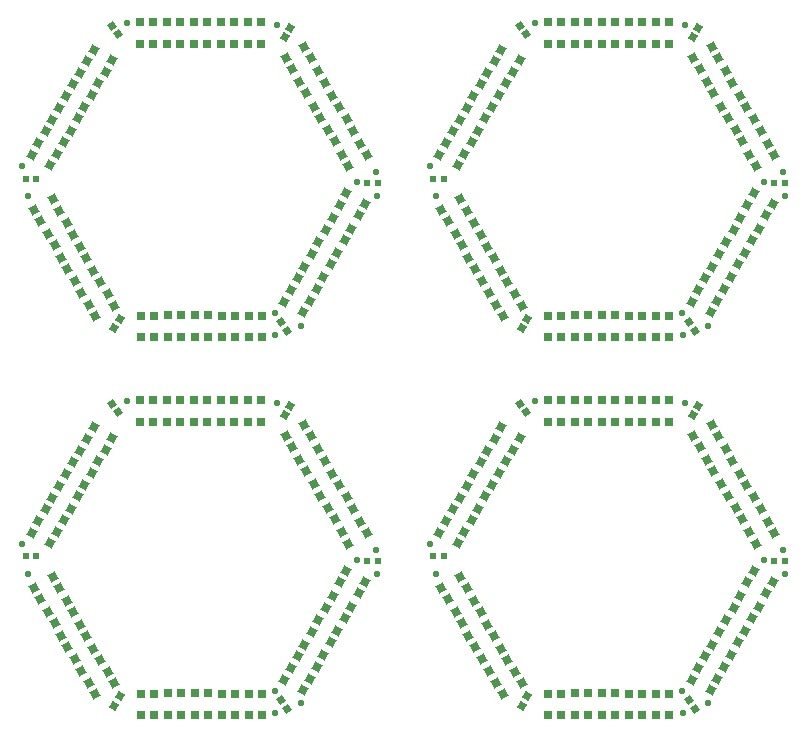
<source format=gbr>
G04 CAM350 V9.5.1 (Build 211) Date:  Sun Feb 09 09:32:50 2025 *
G04 Database: G:\2025-02-01  ºÏÆ´  ºÚÄ¤\2025-02-01-116\1.cam *
G04 Layer 9: GPT *
%FSLAX35Y35*%
%MOIN*%
%SFA1.000B1.000*%

%MIA0B0*%
%IPPOS*%
%AMD15*
4,1,4,0.01667,0.00447,-0.00447,0.01667,-0.01667,-0.00447,0.00447,-0.01667,0.01667,0.00447,0.00000*
%
%AMD16*
4,1,4,0.00300,0.01700,-0.01700,0.00300,-0.00300,-0.01700,0.01700,-0.00300,0.00300,0.01700,0.00000*
%
%AMD17*
4,1,4,0.01882,0.00504,-0.00504,0.01882,-0.01882,-0.00504,0.00504,-0.01882,0.01882,0.00504,0.00000*
%
%AMD18*
4,1,4,0.00504,0.01882,-0.01882,0.00504,-0.00504,-0.01882,0.01882,-0.00504,0.00504,0.01882,0.00000*
%
%AMOCTAGOND29*
4,1,8,0.00492,0.00984,-0.00492,0.00984,-0.00984,0.00492,-0.00984,-0.00492,-0.00492,-0.00984,0.00492,-0.00984,0.00984,-0.00492,0.00984,0.00492,0.00492,0.00984,0.00000*
%
%AMOCTAGOND30*
4,1,8,-0.00606,0.00918,-0.01099,0.00066,-0.00918,-0.00606,-0.00066,-0.01099,0.00606,-0.00918,0.01099,-0.00066,0.00918,0.00606,0.00066,0.01099,-0.00606,0.00918,0.00000*
%
%AMOCTAGOND31*
4,1,8,0.01089,0.00161,0.00524,0.00968,-0.00161,0.01089,-0.00968,0.00524,-0.01089,-0.00161,-0.00524,-0.00968,0.00161,-0.01089,0.00968,-0.00524,0.01089,0.00161,0.00000*
%
%ADD44R,0.02756X0.02756*%
%ADD45D15*%
%ADD46D16*%
%ADD47D17*%
%ADD48D18*%
%ADD49R,0.02441X0.02441*%
%ADD50OCTAGOND29*%
%ADD51OCTAGOND30*%
%ADD52OCTAGOND31*%
%LNGPT*%
%LPD*%
G54D44*
X106600Y41963D03*
Y34759D03*
X102269D03*
Y41963D03*
X93244D03*
Y34759D03*
X97575D03*
Y41963D03*
X106431Y132695D03*
Y139900D03*
X102100D03*
Y132695D03*
X93100D03*
Y139900D03*
X97431D03*
Y132695D03*
X88431D03*
Y139900D03*
X84100D03*
Y132695D03*
X75100D03*
Y139900D03*
X79431D03*
Y132695D03*
X70431D03*
Y139900D03*
X66100D03*
Y132695D03*
X70500Y41963D03*
Y34759D03*
X66169D03*
Y41963D03*
X79525Y42064D03*
Y34859D03*
X75194D03*
Y42064D03*
X88550D03*
Y34859D03*
X84219D03*
Y42064D03*
G54D45*
X59186Y41034D03*
X57414Y37966D03*
X114314Y134866D03*
X116086Y137934D03*
G54D46*
X113084Y39851D03*
X115116Y36949D03*
X58716Y135749D03*
X56684Y138651D03*
G54D47*
X116264Y50430D03*
X122504Y46828D03*
X120339Y43077D03*
X114099Y46679D03*
X120765Y58330D03*
X127004Y54728D03*
X124839Y50977D03*
X118599Y54580D03*
X125464Y66430D03*
X131704Y62828D03*
X129539Y59077D03*
X123299Y62679D03*
X130165Y74430D03*
X136404Y70828D03*
X134239Y67077D03*
X127999Y70679D03*
X134736Y82788D03*
X140976Y79185D03*
X138810Y75435D03*
X132571Y79037D03*
X54592Y123354D03*
X48352Y126957D03*
X50518Y130707D03*
X56757Y127105D03*
X52057Y119405D03*
X45818Y123007D03*
X43652Y119257D03*
X49892Y115655D03*
X45292Y107755D03*
X39052Y111357D03*
X41218Y115107D03*
X47457Y111505D03*
X42893Y103693D03*
X36654Y107295D03*
X34489Y103545D03*
X40728Y99942D03*
X36092Y92054D03*
X29852Y95657D03*
X32018Y99407D03*
X38257Y95805D03*
G54D48*
X133193Y95709D03*
X139432Y99311D03*
X141598Y95561D03*
X135358Y91958D03*
X128693Y103809D03*
X134932Y107411D03*
X137098Y103661D03*
X130858Y100058D03*
X123893Y111709D03*
X130132Y115311D03*
X132298Y111561D03*
X126058Y107958D03*
X119128Y119842D03*
X125368Y123445D03*
X127533Y119694D03*
X121293Y116092D03*
X114493Y127909D03*
X120732Y131511D03*
X122898Y127761D03*
X116658Y124158D03*
X36863Y80793D03*
X30623Y77190D03*
X32789Y73440D03*
X39028Y77042D03*
X43728Y69042D03*
X37489Y65440D03*
X35323Y69190D03*
X41563Y72793D03*
X45863Y64893D03*
X39623Y61290D03*
X41789Y57540D03*
X48028Y61142D03*
X52628Y53242D03*
X46389Y49640D03*
X44223Y53390D03*
X50463Y56993D03*
X55198Y49126D03*
X48959Y45524D03*
X51124Y41773D03*
X57363Y45376D03*
G54D49*
X31400Y87700D03*
X27857D03*
X141628Y86100D03*
X145172D03*
G54D50*
X111680Y138955D03*
X119500Y38700D03*
X144500Y90000D03*
X111000Y35400D03*
X110900Y43000D03*
X26700Y92000D03*
X61800Y139500D03*
X28700Y81900D03*
G54D51*
X145000D03*
G54D52*
X138200Y86444D03*
G54D44*
X242427Y41963D03*
Y34759D03*
X238096D03*
Y41963D03*
X229071D03*
Y34759D03*
X233402D03*
Y41963D03*
X242258Y132695D03*
Y139900D03*
X237927D03*
Y132695D03*
X228927D03*
Y139900D03*
X233258D03*
Y132695D03*
X224258D03*
Y139900D03*
X219927D03*
Y132695D03*
X210927D03*
Y139900D03*
X215258D03*
Y132695D03*
X206258D03*
Y139900D03*
X201927D03*
Y132695D03*
X206327Y41963D03*
Y34759D03*
X201996D03*
Y41963D03*
X215352Y42064D03*
Y34859D03*
X211021D03*
Y42064D03*
X224377D03*
Y34859D03*
X220046D03*
Y42064D03*
G54D45*
X195013Y41034D03*
X193241Y37966D03*
X250141Y134866D03*
X251913Y137934D03*
G54D46*
X248911Y39851D03*
X250943Y36949D03*
X194543Y135749D03*
X192511Y138651D03*
G54D47*
X252091Y50430D03*
X258331Y46828D03*
X256166Y43077D03*
X249926Y46679D03*
X256592Y58330D03*
X262831Y54728D03*
X260666Y50977D03*
X254426Y54580D03*
X261291Y66430D03*
X267531Y62828D03*
X265366Y59077D03*
X259126Y62679D03*
X265992Y74430D03*
X272231Y70828D03*
X270066Y67077D03*
X263826Y70679D03*
X270563Y82788D03*
X276803Y79185D03*
X274637Y75435D03*
X268398Y79037D03*
X190419Y123354D03*
X184179Y126957D03*
X186345Y130707D03*
X192584Y127105D03*
X187884Y119405D03*
X181645Y123007D03*
X179479Y119257D03*
X185719Y115655D03*
X181119Y107755D03*
X174879Y111357D03*
X177045Y115107D03*
X183284Y111505D03*
X178720Y103693D03*
X172481Y107295D03*
X170316Y103545D03*
X176555Y99942D03*
X171919Y92054D03*
X165679Y95657D03*
X167845Y99407D03*
X174084Y95805D03*
G54D48*
X269020Y95709D03*
X275259Y99311D03*
X277425Y95561D03*
X271185Y91958D03*
X264520Y103809D03*
X270759Y107411D03*
X272925Y103661D03*
X266685Y100058D03*
X259720Y111709D03*
X265959Y115311D03*
X268125Y111561D03*
X261885Y107958D03*
X254955Y119842D03*
X261195Y123445D03*
X263360Y119694D03*
X257120Y116092D03*
X250320Y127909D03*
X256559Y131511D03*
X258725Y127761D03*
X252485Y124158D03*
X172690Y80793D03*
X166450Y77190D03*
X168616Y73440D03*
X174855Y77042D03*
X179555Y69042D03*
X173316Y65440D03*
X171150Y69190D03*
X177390Y72793D03*
X181690Y64893D03*
X175450Y61290D03*
X177616Y57540D03*
X183855Y61142D03*
X188455Y53242D03*
X182216Y49640D03*
X180050Y53390D03*
X186290Y56993D03*
X191025Y49126D03*
X184786Y45524D03*
X186951Y41773D03*
X193190Y45376D03*
G54D49*
X167227Y87700D03*
X163684D03*
X277455Y86100D03*
X280999D03*
G54D50*
X247507Y138955D03*
X255327Y38700D03*
X280327Y90000D03*
X246827Y35400D03*
X246727Y43000D03*
X162527Y92000D03*
X197627Y139500D03*
X164527Y81900D03*
G54D51*
X280827D03*
G54D52*
X274027Y86444D03*
G54D44*
X106600Y167947D03*
Y160743D03*
X102269D03*
Y167947D03*
X93244D03*
Y160743D03*
X97575D03*
Y167947D03*
X106431Y258679D03*
Y265884D03*
X102100D03*
Y258679D03*
X93100D03*
Y265884D03*
X97431D03*
Y258679D03*
X88431D03*
Y265884D03*
X84100D03*
Y258679D03*
X75100D03*
Y265884D03*
X79431D03*
Y258679D03*
X70431D03*
Y265884D03*
X66100D03*
Y258679D03*
X70500Y167947D03*
Y160743D03*
X66169D03*
Y167947D03*
X79525Y168048D03*
Y160843D03*
X75194D03*
Y168048D03*
X88550D03*
Y160843D03*
X84219D03*
Y168048D03*
G54D45*
X59186Y167018D03*
X57414Y163950D03*
X114314Y260850D03*
X116086Y263918D03*
G54D46*
X113084Y165835D03*
X115116Y162933D03*
X58716Y261733D03*
X56684Y264635D03*
G54D47*
X116264Y176414D03*
X122504Y172812D03*
X120339Y169061D03*
X114099Y172663D03*
X120765Y184314D03*
X127004Y180712D03*
X124839Y176961D03*
X118599Y180564D03*
X125464Y192414D03*
X131704Y188812D03*
X129539Y185061D03*
X123299Y188663D03*
X130165Y200414D03*
X136404Y196812D03*
X134239Y193061D03*
X127999Y196663D03*
X134736Y208772D03*
X140976Y205169D03*
X138810Y201419D03*
X132571Y205021D03*
X54592Y249338D03*
X48352Y252941D03*
X50518Y256691D03*
X56757Y253089D03*
X52057Y245389D03*
X45818Y248991D03*
X43652Y245241D03*
X49892Y241639D03*
X45292Y233739D03*
X39052Y237341D03*
X41218Y241091D03*
X47457Y237489D03*
X42893Y229677D03*
X36654Y233279D03*
X34489Y229529D03*
X40728Y225926D03*
X36092Y218038D03*
X29852Y221641D03*
X32018Y225391D03*
X38257Y221789D03*
G54D48*
X133193Y221693D03*
X139432Y225295D03*
X141598Y221545D03*
X135358Y217942D03*
X128693Y229793D03*
X134932Y233395D03*
X137098Y229645D03*
X130858Y226042D03*
X123893Y237693D03*
X130132Y241295D03*
X132298Y237545D03*
X126058Y233942D03*
X119128Y245826D03*
X125368Y249429D03*
X127533Y245678D03*
X121293Y242076D03*
X114493Y253893D03*
X120732Y257495D03*
X122898Y253745D03*
X116658Y250142D03*
X36863Y206777D03*
X30623Y203174D03*
X32789Y199424D03*
X39028Y203026D03*
X43728Y195026D03*
X37489Y191424D03*
X35323Y195174D03*
X41563Y198777D03*
X45863Y190877D03*
X39623Y187274D03*
X41789Y183524D03*
X48028Y187126D03*
X52628Y179226D03*
X46389Y175624D03*
X44223Y179374D03*
X50463Y182977D03*
X55198Y175110D03*
X48959Y171508D03*
X51124Y167757D03*
X57363Y171360D03*
G54D49*
X31400Y213684D03*
X27857D03*
X141628Y212084D03*
X145172D03*
G54D50*
X111680Y264939D03*
X119500Y164684D03*
X144500Y215984D03*
X111000Y161384D03*
X110900Y168984D03*
X26700Y217984D03*
X61800Y265484D03*
X28700Y207884D03*
G54D51*
X145000D03*
G54D52*
X138200Y212428D03*
G54D44*
X242427Y167947D03*
Y160743D03*
X238096D03*
Y167947D03*
X229071D03*
Y160743D03*
X233402D03*
Y167947D03*
X242258Y258679D03*
Y265884D03*
X237927D03*
Y258679D03*
X228927D03*
Y265884D03*
X233258D03*
Y258679D03*
X224258D03*
Y265884D03*
X219927D03*
Y258679D03*
X210927D03*
Y265884D03*
X215258D03*
Y258679D03*
X206258D03*
Y265884D03*
X201927D03*
Y258679D03*
X206327Y167947D03*
Y160743D03*
X201996D03*
Y167947D03*
X215352Y168048D03*
Y160843D03*
X211021D03*
Y168048D03*
X224377D03*
Y160843D03*
X220046D03*
Y168048D03*
G54D45*
X195013Y167018D03*
X193241Y163950D03*
X250141Y260850D03*
X251913Y263918D03*
G54D46*
X248911Y165835D03*
X250943Y162933D03*
X194543Y261733D03*
X192511Y264635D03*
G54D47*
X252091Y176414D03*
X258331Y172812D03*
X256166Y169061D03*
X249926Y172663D03*
X256592Y184314D03*
X262831Y180712D03*
X260666Y176961D03*
X254426Y180564D03*
X261291Y192414D03*
X267531Y188812D03*
X265366Y185061D03*
X259126Y188663D03*
X265992Y200414D03*
X272231Y196812D03*
X270066Y193061D03*
X263826Y196663D03*
X270563Y208772D03*
X276803Y205169D03*
X274637Y201419D03*
X268398Y205021D03*
X190419Y249338D03*
X184179Y252941D03*
X186345Y256691D03*
X192584Y253089D03*
X187884Y245389D03*
X181645Y248991D03*
X179479Y245241D03*
X185719Y241639D03*
X181119Y233739D03*
X174879Y237341D03*
X177045Y241091D03*
X183284Y237489D03*
X178720Y229677D03*
X172481Y233279D03*
X170316Y229529D03*
X176555Y225926D03*
X171919Y218038D03*
X165679Y221641D03*
X167845Y225391D03*
X174084Y221789D03*
G54D48*
X269020Y221693D03*
X275259Y225295D03*
X277425Y221545D03*
X271185Y217942D03*
X264520Y229793D03*
X270759Y233395D03*
X272925Y229645D03*
X266685Y226042D03*
X259720Y237693D03*
X265959Y241295D03*
X268125Y237545D03*
X261885Y233942D03*
X254955Y245826D03*
X261195Y249429D03*
X263360Y245678D03*
X257120Y242076D03*
X250320Y253893D03*
X256559Y257495D03*
X258725Y253745D03*
X252485Y250142D03*
X172690Y206777D03*
X166450Y203174D03*
X168616Y199424D03*
X174855Y203026D03*
X179555Y195026D03*
X173316Y191424D03*
X171150Y195174D03*
X177390Y198777D03*
X181690Y190877D03*
X175450Y187274D03*
X177616Y183524D03*
X183855Y187126D03*
X188455Y179226D03*
X182216Y175624D03*
X180050Y179374D03*
X186290Y182977D03*
X191025Y175110D03*
X184786Y171508D03*
X186951Y167757D03*
X193190Y171360D03*
G54D49*
X167227Y213684D03*
X163684D03*
X277455Y212084D03*
X280999D03*
G54D50*
X247507Y264939D03*
X255327Y164684D03*
X280327Y215984D03*
X246827Y161384D03*
X246727Y168984D03*
X162527Y217984D03*
X197627Y265484D03*
X164527Y207884D03*
G54D51*
X280827D03*
G54D52*
X274027Y212428D03*
M02*

</source>
